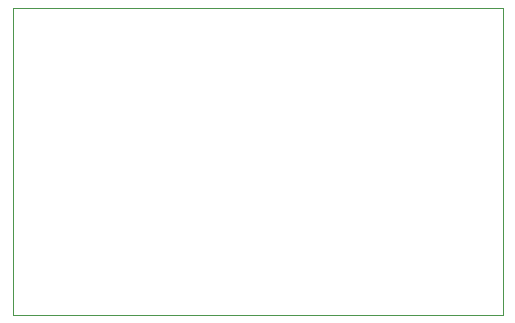
<source format=gbr>
%TF.GenerationSoftware,KiCad,Pcbnew,8.0.5*%
%TF.CreationDate,2025-01-23T11:22:46+01:00*%
%TF.ProjectId,PPP_v3_2,5050505f-7633-45f3-922e-6b696361645f,rev?*%
%TF.SameCoordinates,Original*%
%TF.FileFunction,Profile,NP*%
%FSLAX46Y46*%
G04 Gerber Fmt 4.6, Leading zero omitted, Abs format (unit mm)*
G04 Created by KiCad (PCBNEW 8.0.5) date 2025-01-23 11:22:46*
%MOMM*%
%LPD*%
G01*
G04 APERTURE LIST*
%TA.AperFunction,Profile*%
%ADD10C,0.050000*%
%TD*%
G04 APERTURE END LIST*
D10*
X135490000Y-74000000D02*
X177000000Y-74000000D01*
X177000000Y-100000000D01*
X135490000Y-100000000D01*
X135490000Y-74000000D01*
M02*

</source>
